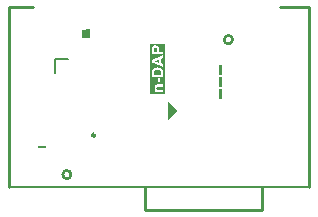
<source format=gbr>
G04*
G04 #@! TF.GenerationSoftware,Altium Limited,Altium Designer,20.0.10 (225)*
G04*
G04 Layer_Color=15790320*
%FSLAX44Y44*%
%MOMM*%
G71*
G01*
G75*
%ADD10C,0.2540*%
%ADD11C,0.2500*%
%ADD12C,0.2000*%
%ADD13C,0.1500*%
%ADD14R,0.8000X0.2750*%
G36*
X68576Y134650D02*
Y127274D01*
X61473D01*
X61474Y134377D01*
X68576Y134650D01*
D02*
G37*
G36*
X134950Y58200D02*
Y73200D01*
X142950Y65200D01*
Y65200D01*
X134950Y58200D01*
D02*
G37*
G36*
X180700Y75700D02*
X177950D01*
Y84200D01*
X180700D01*
Y75700D01*
D02*
G37*
G36*
X180650Y85950D02*
X177900D01*
Y94450D01*
X180650D01*
Y85950D01*
D02*
G37*
G36*
Y95950D02*
X177900D01*
Y104450D01*
X180650D01*
Y95950D01*
D02*
G37*
G36*
X131950Y80200D02*
X119353D01*
Y122614D01*
X131950D01*
Y80200D01*
D02*
G37*
%LPC*%
G36*
X123960Y121114D02*
X123807D01*
X123405Y121086D01*
X123030Y121031D01*
X122725Y120934D01*
X122448Y120837D01*
X122337Y120781D01*
X122240Y120726D01*
X122157Y120684D01*
X122073Y120629D01*
X122018Y120601D01*
X121976Y120573D01*
X121962Y120546D01*
X121949D01*
X121699Y120324D01*
X121491Y120102D01*
X121325Y119866D01*
X121200Y119658D01*
X121117Y119464D01*
X121047Y119311D01*
X121033Y119256D01*
X121019Y119214D01*
X121006Y119186D01*
Y119172D01*
X120978Y119062D01*
X120950Y118923D01*
X120936Y118757D01*
X120922Y118590D01*
X120895Y118202D01*
X120867Y117813D01*
Y117453D01*
X120853Y117300D01*
Y121114D01*
D01*
Y113764D01*
X130450D01*
Y115705D01*
X126830D01*
Y117425D01*
X126817Y117633D01*
Y117827D01*
X126803Y118008D01*
X126789Y118174D01*
X126775Y118327D01*
X126761Y118451D01*
Y118576D01*
X126747Y118673D01*
X126733Y118770D01*
X126719Y118840D01*
Y118895D01*
X126706Y118937D01*
Y118965D01*
X126650Y119159D01*
X126581Y119339D01*
X126511Y119505D01*
X126428Y119658D01*
X126359Y119783D01*
X126303Y119880D01*
X126262Y119935D01*
X126248Y119963D01*
X126109Y120143D01*
X125957Y120296D01*
X125790Y120448D01*
X125652Y120559D01*
X125513Y120656D01*
X125402Y120726D01*
X125333Y120767D01*
X125305Y120781D01*
X125069Y120892D01*
X124819Y120975D01*
X124556Y121031D01*
X124320Y121073D01*
X124126Y121100D01*
X124029D01*
X123960Y121114D01*
D02*
G37*
G36*
X130450Y112724D02*
X120853Y108868D01*
Y103099D01*
Y106816D01*
X130450Y103099D01*
Y105152D01*
X128273Y105942D01*
Y109797D01*
X130450Y110630D01*
Y112724D01*
D02*
G37*
G36*
Y102433D02*
X120853D01*
Y94403D01*
X130450D01*
Y98037D01*
X130436Y98412D01*
X130422Y98758D01*
X130394Y99050D01*
X130353Y99285D01*
X130311Y99479D01*
X130284Y99632D01*
X130270Y99674D01*
Y99715D01*
X130256Y99729D01*
Y99743D01*
X130145Y100048D01*
X130020Y100325D01*
X129895Y100547D01*
X129770Y100741D01*
X129660Y100894D01*
X129576Y101005D01*
X129521Y101074D01*
X129493Y101102D01*
X129230Y101338D01*
X128952Y101546D01*
X128661Y101726D01*
X128398Y101865D01*
X128148Y101976D01*
X128051Y102031D01*
X127968Y102059D01*
X127884Y102087D01*
X127829Y102114D01*
X127801Y102128D01*
X127787D01*
X127454Y102225D01*
X127108Y102309D01*
X126775Y102364D01*
X126456Y102392D01*
X126303Y102406D01*
X126165Y102420D01*
X126054D01*
X125943Y102433D01*
X130450D01*
D02*
G37*
G36*
X127884Y93322D02*
X126040D01*
Y89702D01*
X127884D01*
Y93322D01*
D02*
G37*
G36*
X130450Y88052D02*
X125846D01*
X125610Y88038D01*
X125388Y88024D01*
X125222Y87996D01*
X125083Y87983D01*
X124986Y87955D01*
X124916Y87941D01*
X124903D01*
X124736Y87899D01*
X124598Y87844D01*
X124459Y87788D01*
X124348Y87719D01*
X124251Y87663D01*
X124181Y87622D01*
X124140Y87594D01*
X124126Y87580D01*
X124001Y87469D01*
X123890Y87345D01*
X123793Y87220D01*
X123710Y87095D01*
X123641Y86984D01*
X123599Y86887D01*
X123571Y86831D01*
X123557Y86804D01*
X123488Y86609D01*
X123433Y86415D01*
X123391Y86235D01*
X123363Y86069D01*
X123349Y85916D01*
X123336Y85791D01*
Y88052D01*
D01*
Y81700D01*
D01*
Y85694D01*
X123349Y85445D01*
X123391Y85195D01*
X123447Y84973D01*
X123516Y84751D01*
X123613Y84543D01*
X123710Y84363D01*
X123821Y84183D01*
X123918Y84030D01*
X124029Y83891D01*
X124140Y83766D01*
X124237Y83656D01*
X124334Y83572D01*
X124403Y83503D01*
X124459Y83448D01*
X124501Y83420D01*
X124514Y83406D01*
X123488D01*
Y81700D01*
X123336D01*
X130450D01*
Y83545D01*
X127316D01*
X127108D01*
X126914D01*
X126733Y83559D01*
X126581Y83572D01*
X126428D01*
X126303Y83586D01*
X126179Y83600D01*
X126081Y83614D01*
X125915Y83642D01*
X125804Y83656D01*
X125735Y83683D01*
X125721D01*
X125568Y83739D01*
X125416Y83822D01*
X125305Y83905D01*
X125194Y83988D01*
X125125Y84072D01*
X125055Y84141D01*
X125028Y84183D01*
X125014Y84196D01*
X124930Y84349D01*
X124861Y84501D01*
X124819Y84640D01*
X124778Y84779D01*
X124764Y84890D01*
X124750Y84973D01*
Y85056D01*
X124764Y85195D01*
X124778Y85320D01*
X124806Y85417D01*
X124847Y85514D01*
X124889Y85597D01*
X124916Y85653D01*
X124930Y85680D01*
X124944Y85694D01*
X125014Y85791D01*
X125097Y85861D01*
X125263Y85985D01*
X125346Y86027D01*
X125402Y86055D01*
X125443Y86082D01*
X125457D01*
X125527Y86110D01*
X125610Y86124D01*
X125818Y86152D01*
X126068Y86180D01*
X126303Y86194D01*
X126539Y86207D01*
X126636D01*
X126733D01*
X126803D01*
X126858D01*
X126900D01*
X126914D01*
X130450D01*
Y88052D01*
D02*
G37*
%LPD*%
G36*
X124001Y119103D02*
X124140Y119089D01*
X124265Y119048D01*
X124376Y119006D01*
X124473Y118965D01*
X124542Y118937D01*
X124584Y118909D01*
X124598Y118895D01*
X124708Y118812D01*
X124806Y118701D01*
X124889Y118604D01*
X124958Y118507D01*
X125000Y118424D01*
X125041Y118354D01*
X125055Y118299D01*
X125069Y118285D01*
X125097Y118202D01*
X125111Y118105D01*
X125152Y117883D01*
X125180Y117633D01*
X125194Y117383D01*
Y117134D01*
X125208Y117037D01*
Y115705D01*
X122476D01*
Y117148D01*
X122490Y117286D01*
Y117411D01*
X122503Y117536D01*
Y117716D01*
X122517Y117855D01*
X122531Y117952D01*
X122545Y118008D01*
Y118021D01*
X122587Y118188D01*
X122642Y118340D01*
X122711Y118479D01*
X122795Y118590D01*
X122864Y118673D01*
X122920Y118743D01*
X122961Y118784D01*
X122975Y118798D01*
X123114Y118909D01*
X123252Y118978D01*
X123405Y119034D01*
X123544Y119075D01*
X123668Y119103D01*
X123765Y119117D01*
X123821D01*
X123849D01*
X124001Y119103D01*
D02*
G37*
G36*
X126650Y106524D02*
X123086Y107828D01*
X126650Y109173D01*
Y106524D01*
D02*
G37*
G36*
X125263Y102420D02*
X124833Y102378D01*
X124625Y102364D01*
X124445Y102336D01*
X124265Y102309D01*
X124112Y102281D01*
X123974Y102239D01*
X123849Y102212D01*
X123738Y102184D01*
X123654Y102170D01*
X123585Y102142D01*
X123530Y102128D01*
X123502Y102114D01*
X123488D01*
X123155Y101990D01*
X122850Y101837D01*
X122587Y101685D01*
X122365Y101532D01*
X122184Y101407D01*
X122046Y101296D01*
X121962Y101227D01*
X121935Y101213D01*
Y101199D01*
X121713Y100963D01*
X121533Y100728D01*
X121380Y100478D01*
X121255Y100256D01*
X121158Y100062D01*
X121089Y99895D01*
X121075Y99840D01*
X121061Y99798D01*
X121047Y99771D01*
Y99757D01*
X120978Y99493D01*
X120936Y99202D01*
X120895Y98897D01*
X120881Y98606D01*
X120867Y98342D01*
X120853Y98231D01*
Y102433D01*
X125749D01*
X125263Y102420D01*
D02*
G37*
G36*
X126054Y100422D02*
X126414Y100409D01*
X126706Y100367D01*
X126955Y100339D01*
X127163Y100298D01*
X127246Y100284D01*
X127302Y100256D01*
X127357Y100242D01*
X127399D01*
X127413Y100228D01*
X127427D01*
X127649Y100145D01*
X127843Y100076D01*
X127995Y99979D01*
X128120Y99909D01*
X128217Y99840D01*
X128287Y99784D01*
X128328Y99743D01*
X128342Y99729D01*
X128439Y99604D01*
X128522Y99479D01*
X128592Y99355D01*
X128647Y99230D01*
X128689Y99119D01*
X128716Y99036D01*
X128744Y98980D01*
Y98952D01*
X128772Y98800D01*
X128786Y98619D01*
X128813Y98425D01*
Y98231D01*
X128827Y98051D01*
Y96345D01*
X122476D01*
Y97607D01*
X122490Y97787D01*
Y97954D01*
X122503Y98092D01*
Y98217D01*
X122517Y98342D01*
Y98439D01*
X122545Y98592D01*
X122559Y98703D01*
X122573Y98772D01*
Y98786D01*
X122628Y98980D01*
X122698Y99146D01*
X122767Y99299D01*
X122850Y99438D01*
X122920Y99535D01*
X122975Y99618D01*
X123017Y99660D01*
X123030Y99674D01*
X123169Y99798D01*
X123322Y99909D01*
X123474Y100006D01*
X123613Y100090D01*
X123752Y100145D01*
X123862Y100187D01*
X123932Y100214D01*
X123946Y100228D01*
X123960D01*
X124209Y100298D01*
X124473Y100353D01*
X124764Y100381D01*
X125041Y100409D01*
X125277Y100422D01*
X125388Y100436D01*
X125485D01*
X125555D01*
X125610D01*
X125652D01*
X125665D01*
X126054Y100422D01*
D02*
G37*
D10*
X52459Y11700D02*
G03*
X52459Y11700I-3509J0D01*
G01*
X189209Y125950D02*
G03*
X189209Y125950I-3509J0D01*
G01*
D11*
X72732Y45072D02*
G03*
X72732Y45072I-1250J0D01*
G01*
X0Y1250D02*
Y153700D01*
X20450D01*
X115200Y-18550D02*
X214200D01*
X115200D02*
Y450D01*
X214200Y-18550D02*
Y700D01*
X254000Y1250D02*
Y153700D01*
X229200D02*
X254000D01*
D12*
X0Y1000D02*
X254000D01*
D13*
X39200Y97450D02*
Y109450D01*
X49950D01*
D14*
X27700Y35325D02*
D03*
M02*

</source>
